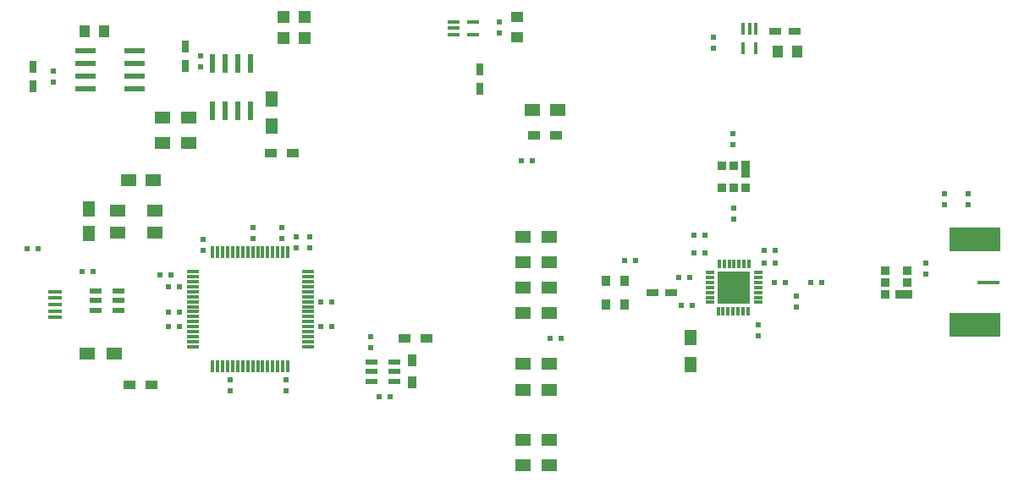
<source format=gbr>
G04 #@! TF.FileFunction,Paste,Top*
%FSLAX46Y46*%
G04 Gerber Fmt 4.6, Leading zero omitted, Abs format (unit mm)*
G04 Created by KiCad (PCBNEW 4.0.7) date 12/01/19 13:00:30*
%MOMM*%
%LPD*%
G01*
G04 APERTURE LIST*
%ADD10C,0.100000*%
%ADD11R,1.219200X0.508000*%
%ADD12R,3.300000X3.300000*%
%ADD13R,0.300000X0.950000*%
%ADD14R,0.950000X0.300000*%
%ADD15R,0.750000X1.200000*%
%ADD16R,0.500000X0.600000*%
%ADD17R,1.500000X1.250000*%
%ADD18R,1.250000X1.500000*%
%ADD19R,0.600000X0.500000*%
%ADD20R,1.200000X0.750000*%
%ADD21R,1.200000X0.600000*%
%ADD22R,1.500000X1.300000*%
%ADD23R,1.200000X0.900000*%
%ADD24R,1.300000X1.500000*%
%ADD25R,0.558800X1.981200*%
%ADD26R,0.300000X1.200000*%
%ADD27R,1.200000X0.300000*%
%ADD28R,2.000000X0.600000*%
%ADD29R,0.810000X1.700000*%
%ADD30R,0.810000X0.960000*%
%ADD31R,1.500000X1.200000*%
%ADD32R,0.900000X1.200000*%
%ADD33R,0.900000X1.000000*%
%ADD34R,0.355600X1.168400*%
%ADD35R,1.168400X0.355600*%
%ADD36R,1.350000X0.400000*%
%ADD37R,1.000000X1.250000*%
%ADD38R,1.250000X1.000000*%
%ADD39R,1.200000X1.200000*%
%ADD40R,5.080000X2.413000*%
%ADD41R,2.283000X0.380000*%
%ADD42R,1.700000X0.810000*%
%ADD43R,0.960000X0.810000*%
G04 APERTURE END LIST*
D10*
D11*
X120980200Y-102092800D03*
X120980200Y-101142800D03*
X120980200Y-100192800D03*
X118694200Y-100192800D03*
X118694200Y-101142800D03*
X118694200Y-102092800D03*
D12*
X154940000Y-92710000D03*
D13*
X156340000Y-95130000D03*
X155840000Y-95130000D03*
X155340000Y-95130000D03*
X154840000Y-95130000D03*
X154340000Y-95130000D03*
X153840000Y-95130000D03*
X153340000Y-95130000D03*
X156440000Y-90330000D03*
X155940000Y-90330000D03*
X155440000Y-90330000D03*
X154940000Y-90330000D03*
X154440000Y-90330000D03*
X153940000Y-90330000D03*
X153440000Y-90330000D03*
D14*
X157320000Y-94210000D03*
X157320000Y-93710000D03*
X157320000Y-93210000D03*
X157320000Y-92710000D03*
X157320000Y-92210000D03*
X157320000Y-91710000D03*
X157320000Y-91210000D03*
X152560000Y-94210000D03*
X152560000Y-93710000D03*
X152560000Y-93210000D03*
X152560000Y-92710000D03*
X152560000Y-92210000D03*
X152560000Y-91710000D03*
X152560000Y-91210000D03*
D15*
X100076000Y-70546000D03*
X100076000Y-68646000D03*
D16*
X101600000Y-70654000D03*
X101600000Y-69554000D03*
D17*
X96855600Y-81991200D03*
X94355600Y-81991200D03*
D18*
X90424000Y-87356000D03*
X90424000Y-84856000D03*
D16*
X86868000Y-72178000D03*
X86868000Y-71078000D03*
D19*
X89721600Y-91135200D03*
X90821600Y-91135200D03*
X144014100Y-90030300D03*
X145114100Y-90030300D03*
D20*
X159070000Y-67056000D03*
X160970000Y-67056000D03*
D19*
X152061000Y-89281000D03*
X150961000Y-89281000D03*
X150537000Y-91694000D03*
X149437000Y-91694000D03*
D16*
X157353000Y-96478000D03*
X157353000Y-97578000D03*
D19*
X157946000Y-89027000D03*
X159046000Y-89027000D03*
D15*
X129540000Y-70932000D03*
X129540000Y-72832000D03*
D20*
X146751000Y-93268800D03*
X148651000Y-93268800D03*
D19*
X150791000Y-94488000D03*
X149691000Y-94488000D03*
X152061000Y-87503000D03*
X150961000Y-87503000D03*
D17*
X137267000Y-74930000D03*
X134767000Y-74930000D03*
D19*
X137608400Y-97840800D03*
X136508400Y-97840800D03*
X134789000Y-80010000D03*
X133689000Y-80010000D03*
D16*
X154813000Y-78401000D03*
X154813000Y-77301000D03*
X178358800Y-83295400D03*
X178358800Y-84395400D03*
D21*
X91026600Y-93080800D03*
X91026600Y-94030800D03*
X91026600Y-94980800D03*
X93326600Y-94980800D03*
X93326600Y-94030800D03*
X93326600Y-93080800D03*
D16*
X174117000Y-90280400D03*
X174117000Y-91380400D03*
D22*
X97710000Y-78232000D03*
X100410000Y-78232000D03*
D23*
X96654800Y-102463600D03*
X94454800Y-102463600D03*
D22*
X97710000Y-75692000D03*
X100410000Y-75692000D03*
X90191600Y-99364800D03*
X92891600Y-99364800D03*
D24*
X108712000Y-73834000D03*
X108712000Y-76534000D03*
D23*
X108628000Y-79248000D03*
X110828000Y-79248000D03*
D24*
X150571200Y-100460800D03*
X150571200Y-97760800D03*
D22*
X136478000Y-107950000D03*
X133778000Y-107950000D03*
X136478000Y-102997000D03*
X133778000Y-102997000D03*
X136478000Y-110490000D03*
X133778000Y-110490000D03*
D23*
X134917000Y-77470000D03*
X137117000Y-77470000D03*
D22*
X136478000Y-100330000D03*
X133778000Y-100330000D03*
X136478000Y-95250000D03*
X133778000Y-95250000D03*
X136478000Y-92710000D03*
X133778000Y-92710000D03*
X136478000Y-90170000D03*
X133778000Y-90170000D03*
X136478000Y-87630000D03*
X133778000Y-87630000D03*
D25*
X102743000Y-75006200D03*
X104013000Y-75006200D03*
X105283000Y-75006200D03*
X106553000Y-75006200D03*
X106553000Y-70281800D03*
X105283000Y-70281800D03*
X104013000Y-70281800D03*
X102743000Y-70281800D03*
D26*
X102777600Y-100644400D03*
D27*
X100777600Y-91144400D03*
X100777600Y-91644400D03*
X100777600Y-92144400D03*
X100777600Y-92644400D03*
X100777600Y-93144400D03*
X100777600Y-93644400D03*
X100777600Y-94144400D03*
X100777600Y-94644400D03*
X100777600Y-95144400D03*
X100777600Y-95644400D03*
X100777600Y-96144400D03*
X100777600Y-96644400D03*
X100777600Y-97144400D03*
X100777600Y-97644400D03*
X100777600Y-98144400D03*
X100777600Y-98644400D03*
D26*
X103277600Y-100644400D03*
X103777600Y-100644400D03*
X104277600Y-100644400D03*
X104777600Y-100644400D03*
X105277600Y-100644400D03*
X105777600Y-100644400D03*
X106277600Y-100644400D03*
X106777600Y-100644400D03*
X107277600Y-100644400D03*
X107777600Y-100644400D03*
X108277600Y-100644400D03*
X108777600Y-100644400D03*
X109277600Y-100644400D03*
X109777600Y-100644400D03*
X110277600Y-100644400D03*
D27*
X112277600Y-98644400D03*
X112277600Y-98144400D03*
X112277600Y-97644400D03*
X112277600Y-97144400D03*
X112277600Y-96644400D03*
X112277600Y-96144400D03*
X112277600Y-95644400D03*
X112277600Y-95144400D03*
X112277600Y-94644400D03*
X112277600Y-94144400D03*
X112277600Y-93644400D03*
X112277600Y-93144400D03*
X112277600Y-92644400D03*
X112277600Y-92144400D03*
X112277600Y-91644400D03*
X112277600Y-91144400D03*
D26*
X110277600Y-89144400D03*
X109777600Y-89144400D03*
X109277600Y-89144400D03*
X108777600Y-89144400D03*
X108277600Y-89144400D03*
X107777600Y-89144400D03*
X107277600Y-89144400D03*
X106777600Y-89144400D03*
X106277600Y-89144400D03*
X105777600Y-89144400D03*
X105277600Y-89144400D03*
X104777600Y-89144400D03*
X104277600Y-89144400D03*
X103777600Y-89144400D03*
X103277600Y-89144400D03*
X102777600Y-89144400D03*
D28*
X90056800Y-69062600D03*
X90056800Y-70332600D03*
X90056800Y-72872600D03*
X94956800Y-72872600D03*
X94956800Y-71602600D03*
X94956800Y-70332600D03*
X94956800Y-69062600D03*
X90056800Y-71602600D03*
D29*
X156083000Y-80899000D03*
D30*
X154893000Y-80529000D03*
X153703000Y-80529000D03*
X156083000Y-82759000D03*
X154893000Y-82759000D03*
X153703000Y-82759000D03*
D31*
X97028000Y-85039200D03*
X93228000Y-85039200D03*
X93228000Y-87239200D03*
X97028000Y-87239200D03*
D19*
X99457600Y-96621600D03*
X98357600Y-96621600D03*
X99457600Y-92659200D03*
X98357600Y-92659200D03*
X84235200Y-88849200D03*
X85335200Y-88849200D03*
D15*
X84836000Y-72578000D03*
X84836000Y-70678000D03*
D16*
X152908000Y-67649000D03*
X152908000Y-68749000D03*
X131445000Y-66125000D03*
X131445000Y-67225000D03*
D19*
X120539600Y-103632000D03*
X119439600Y-103632000D03*
D16*
X118567200Y-98746400D03*
X118567200Y-97646400D03*
D23*
X121988400Y-97790000D03*
X124188400Y-97790000D03*
D32*
X122732800Y-102242800D03*
X122732800Y-100042800D03*
D33*
X142151100Y-92062300D03*
X142151100Y-94462300D03*
X143951100Y-94462300D03*
X143951100Y-92062300D03*
D34*
X155835300Y-68764200D03*
X157130700Y-68764200D03*
X157143400Y-66833800D03*
X156483000Y-66833800D03*
X155822600Y-66833800D03*
D35*
X128835200Y-67430700D03*
X128835200Y-66135300D03*
X126904800Y-66122600D03*
X126904800Y-66783000D03*
X126904800Y-67443400D03*
D36*
X86995000Y-94437200D03*
X86995000Y-95087200D03*
X86995000Y-95737200D03*
X86995000Y-93787200D03*
X86995000Y-93137200D03*
D19*
X157946000Y-90297000D03*
X159046000Y-90297000D03*
D37*
X159274000Y-69088000D03*
X161274000Y-69088000D03*
D16*
X161163000Y-93557000D03*
X161163000Y-94657000D03*
D38*
X133210300Y-65675000D03*
X133210300Y-67675000D03*
D19*
X160062000Y-92202000D03*
X158962000Y-92202000D03*
D16*
X154940000Y-85894000D03*
X154940000Y-84794000D03*
X175971200Y-83295400D03*
X175971200Y-84395400D03*
D19*
X163745000Y-92202000D03*
X162645000Y-92202000D03*
D16*
X101854000Y-89043600D03*
X101854000Y-87943600D03*
D19*
X113597600Y-96621600D03*
X114697600Y-96621600D03*
D16*
X104495600Y-101964400D03*
X104495600Y-103064400D03*
X110083600Y-101964400D03*
X110083600Y-103064400D03*
D19*
X113597600Y-94132400D03*
X114697600Y-94132400D03*
D16*
X106781600Y-87824400D03*
X106781600Y-86724400D03*
D19*
X99457600Y-95148400D03*
X98357600Y-95148400D03*
D16*
X109728000Y-87824400D03*
X109728000Y-86724400D03*
X111150400Y-88789600D03*
X111150400Y-87689600D03*
X112522000Y-88789600D03*
X112522000Y-87689600D03*
D37*
X89932000Y-67056000D03*
X91932000Y-67056000D03*
D19*
X98594000Y-91440000D03*
X97494000Y-91440000D03*
D39*
X109829600Y-65675800D03*
X109829600Y-67775800D03*
X111963200Y-67750400D03*
X111963200Y-65650400D03*
D40*
X178993800Y-87947500D03*
X178993800Y-96456500D03*
D41*
X180390800Y-92202000D03*
D42*
X171881800Y-93395800D03*
D43*
X172251800Y-92205800D03*
X172251800Y-91015800D03*
X170021800Y-93395800D03*
X170021800Y-92205800D03*
X170021800Y-91015800D03*
M02*

</source>
